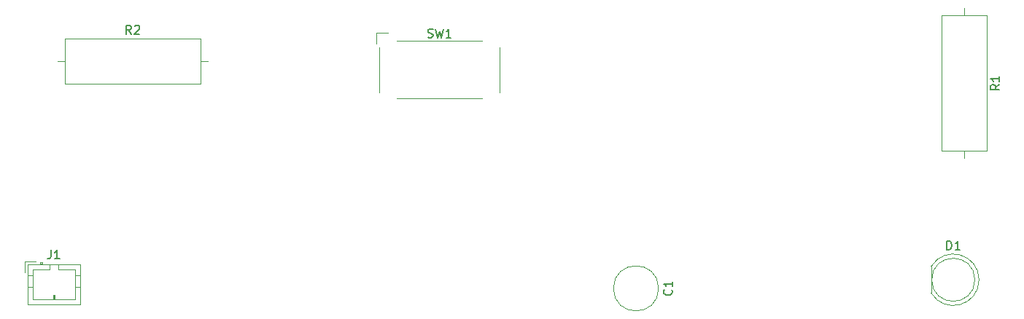
<source format=gbr>
%TF.GenerationSoftware,KiCad,Pcbnew,(6.0.10)*%
%TF.CreationDate,2023-02-17T09:13:03-08:00*%
%TF.ProjectId,exercise 1,65786572-6369-4736-9520-312e6b696361,rev?*%
%TF.SameCoordinates,Original*%
%TF.FileFunction,Legend,Top*%
%TF.FilePolarity,Positive*%
%FSLAX46Y46*%
G04 Gerber Fmt 4.6, Leading zero omitted, Abs format (unit mm)*
G04 Created by KiCad (PCBNEW (6.0.10)) date 2023-02-17 09:13:03*
%MOMM*%
%LPD*%
G01*
G04 APERTURE LIST*
%ADD10C,0.150000*%
%ADD11C,0.120000*%
G04 APERTURE END LIST*
D10*
%TO.C,C1*%
X169207142Y-84986666D02*
X169254761Y-85034285D01*
X169302380Y-85177142D01*
X169302380Y-85272380D01*
X169254761Y-85415238D01*
X169159523Y-85510476D01*
X169064285Y-85558095D01*
X168873809Y-85605714D01*
X168730952Y-85605714D01*
X168540476Y-85558095D01*
X168445238Y-85510476D01*
X168350000Y-85415238D01*
X168302380Y-85272380D01*
X168302380Y-85177142D01*
X168350000Y-85034285D01*
X168397619Y-84986666D01*
X169302380Y-84034285D02*
X169302380Y-84605714D01*
X169302380Y-84320000D02*
X168302380Y-84320000D01*
X168445238Y-84415238D01*
X168540476Y-84510476D01*
X168588095Y-84605714D01*
%TO.C,R2*%
X106513333Y-55252380D02*
X106180000Y-54776190D01*
X105941904Y-55252380D02*
X105941904Y-54252380D01*
X106322857Y-54252380D01*
X106418095Y-54300000D01*
X106465714Y-54347619D01*
X106513333Y-54442857D01*
X106513333Y-54585714D01*
X106465714Y-54680952D01*
X106418095Y-54728571D01*
X106322857Y-54776190D01*
X105941904Y-54776190D01*
X106894285Y-54347619D02*
X106941904Y-54300000D01*
X107037142Y-54252380D01*
X107275238Y-54252380D01*
X107370476Y-54300000D01*
X107418095Y-54347619D01*
X107465714Y-54442857D01*
X107465714Y-54538095D01*
X107418095Y-54680952D01*
X106846666Y-55252380D01*
X107465714Y-55252380D01*
%TO.C,SW1*%
X140949166Y-55622261D02*
X141092023Y-55669880D01*
X141330119Y-55669880D01*
X141425357Y-55622261D01*
X141472976Y-55574642D01*
X141520595Y-55479404D01*
X141520595Y-55384166D01*
X141472976Y-55288928D01*
X141425357Y-55241309D01*
X141330119Y-55193690D01*
X141139642Y-55146071D01*
X141044404Y-55098452D01*
X140996785Y-55050833D01*
X140949166Y-54955595D01*
X140949166Y-54860357D01*
X140996785Y-54765119D01*
X141044404Y-54717500D01*
X141139642Y-54669880D01*
X141377738Y-54669880D01*
X141520595Y-54717500D01*
X141853928Y-54669880D02*
X142092023Y-55669880D01*
X142282500Y-54955595D01*
X142472976Y-55669880D01*
X142711071Y-54669880D01*
X143615833Y-55669880D02*
X143044404Y-55669880D01*
X143330119Y-55669880D02*
X143330119Y-54669880D01*
X143234880Y-54812738D01*
X143139642Y-54907976D01*
X143044404Y-54955595D01*
%TO.C,D1*%
X201191904Y-80312380D02*
X201191904Y-79312380D01*
X201430000Y-79312380D01*
X201572857Y-79360000D01*
X201668095Y-79455238D01*
X201715714Y-79550476D01*
X201763333Y-79740952D01*
X201763333Y-79883809D01*
X201715714Y-80074285D01*
X201668095Y-80169523D01*
X201572857Y-80264761D01*
X201430000Y-80312380D01*
X201191904Y-80312380D01*
X202715714Y-80312380D02*
X202144285Y-80312380D01*
X202430000Y-80312380D02*
X202430000Y-79312380D01*
X202334761Y-79455238D01*
X202239523Y-79550476D01*
X202144285Y-79598095D01*
%TO.C,R1*%
X207272380Y-61126666D02*
X206796190Y-61460000D01*
X207272380Y-61698095D02*
X206272380Y-61698095D01*
X206272380Y-61317142D01*
X206320000Y-61221904D01*
X206367619Y-61174285D01*
X206462857Y-61126666D01*
X206605714Y-61126666D01*
X206700952Y-61174285D01*
X206748571Y-61221904D01*
X206796190Y-61317142D01*
X206796190Y-61698095D01*
X207272380Y-60174285D02*
X207272380Y-60745714D01*
X207272380Y-60460000D02*
X206272380Y-60460000D01*
X206415238Y-60555238D01*
X206510476Y-60650476D01*
X206558095Y-60745714D01*
%TO.C,J1*%
X97186666Y-80372380D02*
X97186666Y-81086666D01*
X97139047Y-81229523D01*
X97043809Y-81324761D01*
X96900952Y-81372380D01*
X96805714Y-81372380D01*
X98186666Y-81372380D02*
X97615238Y-81372380D01*
X97900952Y-81372380D02*
X97900952Y-80372380D01*
X97805714Y-80515238D01*
X97710476Y-80610476D01*
X97615238Y-80658095D01*
D11*
%TO.C,C1*%
X167720000Y-84820000D02*
G75*
G03*
X167720000Y-84820000I-2620000J0D01*
G01*
%TO.C,R2*%
X98810000Y-55800000D02*
X98810000Y-61040000D01*
X114550000Y-55800000D02*
X98810000Y-55800000D01*
X115400000Y-58420000D02*
X114550000Y-58420000D01*
X97960000Y-58420000D02*
X98810000Y-58420000D01*
X98810000Y-61040000D02*
X114550000Y-61040000D01*
X114550000Y-61040000D02*
X114550000Y-55800000D01*
%TO.C,SW1*%
X149282500Y-56817500D02*
X149282500Y-62017500D01*
X134982500Y-55117500D02*
X136282500Y-55117500D01*
X147232500Y-62767500D02*
X137332500Y-62767500D01*
X137332500Y-56067500D02*
X147232500Y-56067500D01*
X135282500Y-62017500D02*
X135282500Y-56817500D01*
X134982500Y-56417500D02*
X134982500Y-55117500D01*
%TO.C,D1*%
X199370000Y-82275000D02*
X199370000Y-85365000D01*
X199370000Y-85364830D02*
G75*
G03*
X204920000Y-83819538I2560000J1544830D01*
G01*
X204920000Y-83820462D02*
G75*
G03*
X199370000Y-82275170I-2990000J462D01*
G01*
X204430000Y-83820000D02*
G75*
G03*
X204430000Y-83820000I-2500000J0D01*
G01*
%TO.C,R1*%
X205820000Y-68830000D02*
X205820000Y-53090000D01*
X205820000Y-53090000D02*
X200580000Y-53090000D01*
X203200000Y-52240000D02*
X203200000Y-53090000D01*
X200580000Y-53090000D02*
X200580000Y-68830000D01*
X200580000Y-68830000D02*
X205820000Y-68830000D01*
X203200000Y-69680000D02*
X203200000Y-68830000D01*
%TO.C,J1*%
X97420000Y-86120000D02*
X97420000Y-85620000D01*
X100580000Y-84620000D02*
X99970000Y-84620000D01*
X100580000Y-83320000D02*
X99970000Y-83320000D01*
X99970000Y-86120000D02*
X99970000Y-82620000D01*
X97020000Y-82620000D02*
X95070000Y-82620000D01*
X96220000Y-81810000D02*
X95920000Y-81810000D01*
X100580000Y-86730000D02*
X100580000Y-82010000D01*
X94460000Y-83320000D02*
X95070000Y-83320000D01*
X99970000Y-82620000D02*
X98020000Y-82620000D01*
X94460000Y-86730000D02*
X100580000Y-86730000D01*
X94460000Y-84620000D02*
X95070000Y-84620000D01*
X95070000Y-82620000D02*
X95070000Y-86120000D01*
X97020000Y-82010000D02*
X97020000Y-82620000D01*
X95920000Y-81810000D02*
X95920000Y-82010000D01*
X96220000Y-82010000D02*
X96220000Y-81810000D01*
X95070000Y-86120000D02*
X99970000Y-86120000D01*
X97420000Y-85620000D02*
X97620000Y-85620000D01*
X100580000Y-82010000D02*
X94460000Y-82010000D01*
X94160000Y-81710000D02*
X94160000Y-82960000D01*
X96220000Y-81910000D02*
X95920000Y-81910000D01*
X95410000Y-81710000D02*
X94160000Y-81710000D01*
X94460000Y-82010000D02*
X94460000Y-86730000D01*
X97520000Y-86120000D02*
X97520000Y-85620000D01*
X98020000Y-82620000D02*
X98020000Y-82010000D01*
X97620000Y-85620000D02*
X97620000Y-86120000D01*
%TD*%
M02*

</source>
